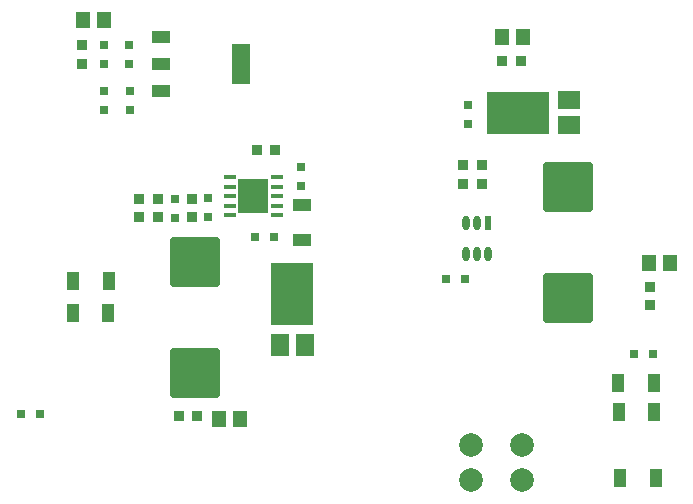
<source format=gbr>
%TF.GenerationSoftware,Altium Limited,Altium Designer,22.5.1 (42)*%
G04 Layer_Color=8421504*
%FSLAX44Y44*%
%MOMM*%
%TF.SameCoordinates,01627914-4FCA-44A5-8146-F6A238B5A28C*%
%TF.FilePolarity,Positive*%
%TF.FileFunction,Paste,Top*%
%TF.Part,Single*%
G01*
G75*
%TA.AperFunction,SMDPad,CuDef*%
%ADD10R,1.1600X1.4700*%
%ADD11R,1.0000X0.4000*%
%ADD12R,2.6000X3.0000*%
%ADD13R,1.0000X1.6000*%
%ADD14R,0.8000X0.8000*%
%ADD15R,0.8500X0.8500*%
%ADD16O,0.6000X1.2000*%
%ADD17R,0.6000X1.2000*%
%ADD18R,0.8500X0.8500*%
G04:AMPARAMS|DCode=19|XSize=4.2mm|YSize=4.2mm|CornerRadius=0.21mm|HoleSize=0mm|Usage=FLASHONLY|Rotation=270.000|XOffset=0mm|YOffset=0mm|HoleType=Round|Shape=RoundedRectangle|*
%AMROUNDEDRECTD19*
21,1,4.2000,3.7800,0,0,270.0*
21,1,3.7800,4.2000,0,0,270.0*
1,1,0.4200,-1.8900,-1.8900*
1,1,0.4200,-1.8900,1.8900*
1,1,0.4200,1.8900,1.8900*
1,1,0.4200,1.8900,-1.8900*
%
%ADD19ROUNDEDRECTD19*%
%ADD20R,1.8500X1.5000*%
%ADD21R,5.3500X3.6000*%
%ADD22R,1.5500X1.1000*%
%ADD23R,1.5500X1.1000*%
%ADD24R,1.5500X3.4500*%
%ADD25R,0.8000X0.8000*%
%ADD26R,1.6000X1.0000*%
%ADD27R,3.6000X5.3500*%
%ADD28R,1.5000X1.8500*%
%ADD29C,2.0000*%
D10*
X-209600Y191500D02*
D03*
X-227400D02*
D03*
X251100Y-14000D02*
D03*
X268900D02*
D03*
X144900Y177500D02*
D03*
X127100D02*
D03*
X-95100Y-146000D02*
D03*
X-112900D02*
D03*
D11*
X-63500Y26500D02*
D03*
Y34500D02*
D03*
Y42500D02*
D03*
Y50500D02*
D03*
Y58500D02*
D03*
X-103500D02*
D03*
Y50500D02*
D03*
Y42500D02*
D03*
Y34500D02*
D03*
Y26500D02*
D03*
D12*
X-83500Y42500D02*
D03*
D13*
X257250Y-196000D02*
D03*
X227250D02*
D03*
X256000Y-140000D02*
D03*
X226000D02*
D03*
X255500Y-115500D02*
D03*
X225500D02*
D03*
X-236250Y-56250D02*
D03*
X-206250D02*
D03*
X-235750Y-29750D02*
D03*
X-205750D02*
D03*
D14*
X254500Y-91500D02*
D03*
X238500D02*
D03*
X96000Y-27500D02*
D03*
X80000D02*
D03*
X-82250Y7750D02*
D03*
X-66250D02*
D03*
X-280000Y-142250D02*
D03*
X-264000D02*
D03*
D15*
X252000Y-49750D02*
D03*
Y-34250D02*
D03*
X-228500Y170250D02*
D03*
Y154750D02*
D03*
X-135750Y24750D02*
D03*
Y40250D02*
D03*
X-164500Y24750D02*
D03*
Y40250D02*
D03*
X-180000Y24500D02*
D03*
Y40000D02*
D03*
D16*
X106000Y19500D02*
D03*
X96500D02*
D03*
X115500Y-6500D02*
D03*
X106000D02*
D03*
X96500D02*
D03*
D17*
X115500Y19500D02*
D03*
D18*
X94250Y52500D02*
D03*
X109750D02*
D03*
Y68500D02*
D03*
X94250D02*
D03*
X127250Y156500D02*
D03*
X142750D02*
D03*
X-80500Y81250D02*
D03*
X-65000D02*
D03*
X-131000Y-144000D02*
D03*
X-146500D02*
D03*
D19*
X183000Y-43500D02*
D03*
Y50500D02*
D03*
X-132500Y-13000D02*
D03*
Y-107000D02*
D03*
D20*
X184000Y102500D02*
D03*
Y123500D02*
D03*
D21*
X141000Y113000D02*
D03*
D22*
X-161250Y154500D02*
D03*
Y131500D02*
D03*
D23*
Y177500D02*
D03*
D24*
X-93750Y154500D02*
D03*
D25*
X-188500D02*
D03*
Y170500D02*
D03*
X-209500Y154500D02*
D03*
Y170500D02*
D03*
X-187500Y131500D02*
D03*
Y115500D02*
D03*
X-209500Y131500D02*
D03*
Y115500D02*
D03*
X98000Y119500D02*
D03*
Y103500D02*
D03*
X-149750Y24250D02*
D03*
Y40250D02*
D03*
X-121750Y40500D02*
D03*
Y24500D02*
D03*
X-43500Y51250D02*
D03*
Y67250D02*
D03*
D26*
X-42000Y5000D02*
D03*
Y35000D02*
D03*
D27*
X-50500Y-40250D02*
D03*
D28*
X-40000Y-83250D02*
D03*
X-61000D02*
D03*
D29*
X101000Y-198000D02*
D03*
Y-168000D02*
D03*
X144000Y-198000D02*
D03*
Y-168000D02*
D03*
%TF.MD5,87eee51d45b58d89d0b71d2dfa90acab*%
M02*

</source>
